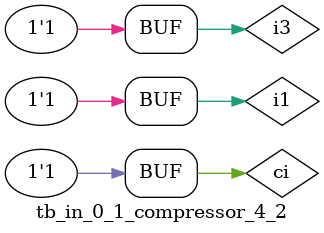
<source format=v>
`timescale 1ns / 1ps
module tb_in_0_1_compressor_4_2();
    reg     i1,i3,ci    ;
    wire    co,c,d      ;
    
    initial begin
        {i1,i3,ci} = 3'b000;
    #20
        {i1,i3,ci} = 3'b001;
    #20
        {i1,i3,ci} = 3'b010; 
    #20
        {i1,i3,ci} = 3'b011;
    #20
        {i1,i3,ci} = 3'b100;
    #20
        {i1,i3,ci} = 3'b101;
    #20
        {i1,i3,ci} = 3'b110;
    #20
        {i1,i3,ci} = 3'b111;       
    
    end
    
    
    in_0_1_compressor_4_2 in_0_1_compressor_4_2_inst(
            .i1     (i1  ),
            .i3     (i3  ),
            .ci     (ci  ),
                     
            .co     (co  ),
            .c      (c   ),
            .d      (d   )
        );
endmodule

</source>
